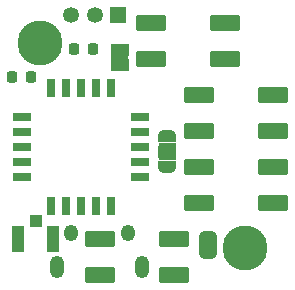
<source format=gbr>
%TF.GenerationSoftware,KiCad,Pcbnew,9.0.5*%
%TF.CreationDate,2025-12-03T22:00:20-08:00*%
%TF.ProjectId,camcontrol,63616d63-6f6e-4747-926f-6c2e6b696361,rev?*%
%TF.SameCoordinates,Original*%
%TF.FileFunction,Soldermask,Bot*%
%TF.FilePolarity,Negative*%
%FSLAX46Y46*%
G04 Gerber Fmt 4.6, Leading zero omitted, Abs format (unit mm)*
G04 Created by KiCad (PCBNEW 9.0.5) date 2025-12-03 22:00:20*
%MOMM*%
%LPD*%
G01*
G04 APERTURE LIST*
G04 Aperture macros list*
%AMRoundRect*
0 Rectangle with rounded corners*
0 $1 Rounding radius*
0 $2 $3 $4 $5 $6 $7 $8 $9 X,Y pos of 4 corners*
0 Add a 4 corners polygon primitive as box body*
4,1,4,$2,$3,$4,$5,$6,$7,$8,$9,$2,$3,0*
0 Add four circle primitives for the rounded corners*
1,1,$1+$1,$2,$3*
1,1,$1+$1,$4,$5*
1,1,$1+$1,$6,$7*
1,1,$1+$1,$8,$9*
0 Add four rect primitives between the rounded corners*
20,1,$1+$1,$2,$3,$4,$5,0*
20,1,$1+$1,$4,$5,$6,$7,0*
20,1,$1+$1,$6,$7,$8,$9,0*
20,1,$1+$1,$8,$9,$2,$3,0*%
%AMFreePoly0*
4,1,23,0.500000,-0.750000,0.000000,-0.750000,0.000000,-0.745722,-0.065263,-0.745722,-0.191342,-0.711940,-0.304381,-0.646677,-0.396677,-0.554381,-0.461940,-0.441342,-0.495722,-0.315263,-0.495722,-0.250000,-0.500000,-0.250000,-0.500000,0.250000,-0.495722,0.250000,-0.495722,0.315263,-0.461940,0.441342,-0.396677,0.554381,-0.304381,0.646677,-0.191342,0.711940,-0.065263,0.745722,0.000000,0.745722,
0.000000,0.750000,0.500000,0.750000,0.500000,-0.750000,0.500000,-0.750000,$1*%
%AMFreePoly1*
4,1,23,0.000000,0.745722,0.065263,0.745722,0.191342,0.711940,0.304381,0.646677,0.396677,0.554381,0.461940,0.441342,0.495722,0.315263,0.495722,0.250000,0.500000,0.250000,0.500000,-0.250000,0.495722,-0.250000,0.495722,-0.315263,0.461940,-0.441342,0.396677,-0.554381,0.304381,-0.646677,0.191342,-0.711940,0.065263,-0.745722,0.000000,-0.745722,0.000000,-0.750000,-0.500000,-0.750000,
-0.500000,0.750000,0.000000,0.750000,0.000000,0.745722,0.000000,0.745722,$1*%
%AMFreePoly2*
4,1,23,0.000000,0.745722,0.065263,0.745722,0.191342,0.711940,0.304381,0.646677,0.396677,0.554381,0.461940,0.441342,0.495722,0.315263,0.495722,0.250000,0.500000,0.250000,0.500000,-0.250000,0.495722,-0.250000,0.495722,-0.315263,0.461940,-0.441342,0.396677,-0.554381,0.304381,-0.646677,0.191342,-0.711940,0.065263,-0.745722,0.000000,-0.745722,0.000000,-0.750000,-0.550000,-0.750000,
-0.550000,0.750000,0.000000,0.750000,0.000000,0.745722,0.000000,0.745722,$1*%
%AMFreePoly3*
4,1,23,0.550000,-0.750000,0.000000,-0.750000,0.000000,-0.745722,-0.065263,-0.745722,-0.191342,-0.711940,-0.304381,-0.646677,-0.396677,-0.554381,-0.461940,-0.441342,-0.495722,-0.315263,-0.495722,-0.250000,-0.500000,-0.250000,-0.500000,0.250000,-0.495722,0.250000,-0.495722,0.315263,-0.461940,0.441342,-0.396677,0.554381,-0.304381,0.646677,-0.191342,0.711940,-0.065263,0.745722,0.000000,0.745722,
0.000000,0.750000,0.550000,0.750000,0.550000,-0.750000,0.550000,-0.750000,$1*%
G04 Aperture macros list end*
%ADD10R,1.350000X1.350000*%
%ADD11C,1.350000*%
%ADD12RoundRect,0.140000X1.110000X0.560000X-1.110000X0.560000X-1.110000X-0.560000X1.110000X-0.560000X0*%
%ADD13R,1.500000X0.800000*%
%ADD14R,0.800000X1.500000*%
%ADD15R,1.050000X2.200000*%
%ADD16R,1.000000X1.050000*%
%ADD17O,1.200000X1.900000*%
%ADD18O,1.200000X1.400000*%
%ADD19C,3.800000*%
%ADD20RoundRect,0.218750X-0.218750X-0.256250X0.218750X-0.256250X0.218750X0.256250X-0.218750X0.256250X0*%
%ADD21FreePoly0,270.000000*%
%ADD22FreePoly1,270.000000*%
%ADD23R,1.500000X1.000000*%
%ADD24RoundRect,0.218750X0.218750X0.256250X-0.218750X0.256250X-0.218750X-0.256250X0.218750X-0.256250X0*%
%ADD25FreePoly2,90.000000*%
%ADD26FreePoly3,90.000000*%
G04 APERTURE END LIST*
%TO.C,J6*%
G36*
X17461800Y-20967800D02*
G01*
X18961800Y-20967800D01*
X18961800Y-21267800D01*
X17461800Y-21267800D01*
X17461800Y-20967800D01*
G37*
%TO.C,J5*%
G36*
X11496800Y-5412800D02*
G01*
X9996800Y-5412800D01*
X9996800Y-5112800D01*
X11496800Y-5112800D01*
X11496800Y-5412800D01*
G37*
%TO.C,JP1*%
G36*
X15539300Y-13962800D02*
G01*
X14039300Y-13962800D01*
X14039300Y-12462800D01*
X15539300Y-12462800D01*
X15539300Y-13962800D01*
G37*
%TD*%
D10*
%TO.C,J8*%
X10646800Y-1662800D03*
D11*
X8646800Y-1662800D03*
X6646800Y-1662800D03*
%TD*%
D12*
%TO.C,J4*%
X17499800Y-8456800D03*
X23749800Y-8456800D03*
X17499800Y-11456800D03*
X23749800Y-11456800D03*
%TD*%
%TO.C,J7*%
X13435800Y-2360800D03*
X19685800Y-2360800D03*
X13435800Y-5360800D03*
X19685800Y-5360800D03*
%TD*%
%TO.C,J3*%
X23749800Y-17552800D03*
X17499800Y-17552800D03*
X23749800Y-14552800D03*
X17499800Y-14552800D03*
%TD*%
D13*
%TO.C,U1*%
X12496800Y-15352800D03*
X12496800Y-14082800D03*
X12496800Y-12812800D03*
X12496800Y-11542800D03*
X12496800Y-10272800D03*
D14*
X10036800Y-7812800D03*
X8766800Y-7812800D03*
X7496800Y-7812800D03*
X6226800Y-7812800D03*
X4956800Y-7812800D03*
D13*
X2496800Y-10272800D03*
X2496800Y-11542800D03*
X2496800Y-12812800D03*
X2496800Y-14082800D03*
X2496800Y-15352800D03*
D14*
X4956800Y-17812800D03*
X6226800Y-17812800D03*
X7496800Y-17812800D03*
X8766800Y-17812800D03*
X10036800Y-17812800D03*
%TD*%
D15*
%TO.C,AE1*%
X5146800Y-20587800D03*
X2146800Y-20587800D03*
D16*
X3646800Y-19087800D03*
%TD*%
D17*
%TO.C,J2*%
X12646800Y-23010300D03*
X5446800Y-23010300D03*
D18*
X6626800Y-20110300D03*
X11466800Y-20110300D03*
%TD*%
D19*
%TO.C,H2*%
X21400000Y-21400000D03*
%TD*%
%TO.C,H1*%
X4000000Y-4000000D03*
%TD*%
D20*
%TO.C,D1*%
X6883300Y-4495800D03*
X8458300Y-4495800D03*
%TD*%
D21*
%TO.C,J6*%
X18211800Y-20467800D03*
D22*
X18211800Y-21767800D03*
%TD*%
D23*
%TO.C,J5*%
X10746800Y-5912800D03*
X10746800Y-4612800D03*
%TD*%
D24*
%TO.C,D3*%
X3225900Y-6883400D03*
X1650900Y-6883400D03*
%TD*%
D12*
%TO.C,J1*%
X9117800Y-20648800D03*
X15367800Y-20648800D03*
X9117800Y-23648800D03*
X15367800Y-23648800D03*
%TD*%
D25*
%TO.C,JP1*%
X14789300Y-11912800D03*
D23*
X14789300Y-13212800D03*
D26*
X14789300Y-14512800D03*
%TD*%
M02*

</source>
